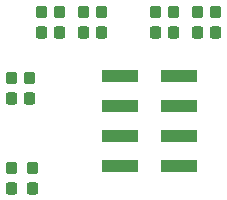
<source format=gbr>
G04 #@! TF.GenerationSoftware,KiCad,Pcbnew,(5.1.4)-1*
G04 #@! TF.CreationDate,2020-01-13T04:09:21-05:00*
G04 #@! TF.ProjectId,SRXBreakout,53525842-7265-4616-9b6f-75742e6b6963,rev?*
G04 #@! TF.SameCoordinates,Original*
G04 #@! TF.FileFunction,Paste,Top*
G04 #@! TF.FilePolarity,Positive*
%FSLAX46Y46*%
G04 Gerber Fmt 4.6, Leading zero omitted, Abs format (unit mm)*
G04 Created by KiCad (PCBNEW (5.1.4)-1) date 2020-01-13 04:09:21*
%MOMM*%
%LPD*%
G04 APERTURE LIST*
%ADD10R,3.150000X1.000000*%
%ADD11C,0.100000*%
%ADD12C,0.950000*%
G04 APERTURE END LIST*
D10*
X167655000Y-109220000D03*
X172705000Y-109220000D03*
X167655000Y-111760000D03*
X172705000Y-111760000D03*
X167655000Y-114300000D03*
X172705000Y-114300000D03*
X167655000Y-116840000D03*
X172705000Y-116840000D03*
D11*
G36*
X160280779Y-108837144D02*
G01*
X160303834Y-108840563D01*
X160326443Y-108846227D01*
X160348387Y-108854079D01*
X160369457Y-108864044D01*
X160389448Y-108876026D01*
X160408168Y-108889910D01*
X160425438Y-108905562D01*
X160441090Y-108922832D01*
X160454974Y-108941552D01*
X160466956Y-108961543D01*
X160476921Y-108982613D01*
X160484773Y-109004557D01*
X160490437Y-109027166D01*
X160493856Y-109050221D01*
X160495000Y-109073500D01*
X160495000Y-109648500D01*
X160493856Y-109671779D01*
X160490437Y-109694834D01*
X160484773Y-109717443D01*
X160476921Y-109739387D01*
X160466956Y-109760457D01*
X160454974Y-109780448D01*
X160441090Y-109799168D01*
X160425438Y-109816438D01*
X160408168Y-109832090D01*
X160389448Y-109845974D01*
X160369457Y-109857956D01*
X160348387Y-109867921D01*
X160326443Y-109875773D01*
X160303834Y-109881437D01*
X160280779Y-109884856D01*
X160257500Y-109886000D01*
X159782500Y-109886000D01*
X159759221Y-109884856D01*
X159736166Y-109881437D01*
X159713557Y-109875773D01*
X159691613Y-109867921D01*
X159670543Y-109857956D01*
X159650552Y-109845974D01*
X159631832Y-109832090D01*
X159614562Y-109816438D01*
X159598910Y-109799168D01*
X159585026Y-109780448D01*
X159573044Y-109760457D01*
X159563079Y-109739387D01*
X159555227Y-109717443D01*
X159549563Y-109694834D01*
X159546144Y-109671779D01*
X159545000Y-109648500D01*
X159545000Y-109073500D01*
X159546144Y-109050221D01*
X159549563Y-109027166D01*
X159555227Y-109004557D01*
X159563079Y-108982613D01*
X159573044Y-108961543D01*
X159585026Y-108941552D01*
X159598910Y-108922832D01*
X159614562Y-108905562D01*
X159631832Y-108889910D01*
X159650552Y-108876026D01*
X159670543Y-108864044D01*
X159691613Y-108854079D01*
X159713557Y-108846227D01*
X159736166Y-108840563D01*
X159759221Y-108837144D01*
X159782500Y-108836000D01*
X160257500Y-108836000D01*
X160280779Y-108837144D01*
X160280779Y-108837144D01*
G37*
D12*
X160020000Y-109361000D03*
D11*
G36*
X160280779Y-110587144D02*
G01*
X160303834Y-110590563D01*
X160326443Y-110596227D01*
X160348387Y-110604079D01*
X160369457Y-110614044D01*
X160389448Y-110626026D01*
X160408168Y-110639910D01*
X160425438Y-110655562D01*
X160441090Y-110672832D01*
X160454974Y-110691552D01*
X160466956Y-110711543D01*
X160476921Y-110732613D01*
X160484773Y-110754557D01*
X160490437Y-110777166D01*
X160493856Y-110800221D01*
X160495000Y-110823500D01*
X160495000Y-111398500D01*
X160493856Y-111421779D01*
X160490437Y-111444834D01*
X160484773Y-111467443D01*
X160476921Y-111489387D01*
X160466956Y-111510457D01*
X160454974Y-111530448D01*
X160441090Y-111549168D01*
X160425438Y-111566438D01*
X160408168Y-111582090D01*
X160389448Y-111595974D01*
X160369457Y-111607956D01*
X160348387Y-111617921D01*
X160326443Y-111625773D01*
X160303834Y-111631437D01*
X160280779Y-111634856D01*
X160257500Y-111636000D01*
X159782500Y-111636000D01*
X159759221Y-111634856D01*
X159736166Y-111631437D01*
X159713557Y-111625773D01*
X159691613Y-111617921D01*
X159670543Y-111607956D01*
X159650552Y-111595974D01*
X159631832Y-111582090D01*
X159614562Y-111566438D01*
X159598910Y-111549168D01*
X159585026Y-111530448D01*
X159573044Y-111510457D01*
X159563079Y-111489387D01*
X159555227Y-111467443D01*
X159549563Y-111444834D01*
X159546144Y-111421779D01*
X159545000Y-111398500D01*
X159545000Y-110823500D01*
X159546144Y-110800221D01*
X159549563Y-110777166D01*
X159555227Y-110754557D01*
X159563079Y-110732613D01*
X159573044Y-110711543D01*
X159585026Y-110691552D01*
X159598910Y-110672832D01*
X159614562Y-110655562D01*
X159631832Y-110639910D01*
X159650552Y-110626026D01*
X159670543Y-110614044D01*
X159691613Y-110604079D01*
X159713557Y-110596227D01*
X159736166Y-110590563D01*
X159759221Y-110587144D01*
X159782500Y-110586000D01*
X160257500Y-110586000D01*
X160280779Y-110587144D01*
X160280779Y-110587144D01*
G37*
D12*
X160020000Y-111111000D03*
D11*
G36*
X160534779Y-118207144D02*
G01*
X160557834Y-118210563D01*
X160580443Y-118216227D01*
X160602387Y-118224079D01*
X160623457Y-118234044D01*
X160643448Y-118246026D01*
X160662168Y-118259910D01*
X160679438Y-118275562D01*
X160695090Y-118292832D01*
X160708974Y-118311552D01*
X160720956Y-118331543D01*
X160730921Y-118352613D01*
X160738773Y-118374557D01*
X160744437Y-118397166D01*
X160747856Y-118420221D01*
X160749000Y-118443500D01*
X160749000Y-119018500D01*
X160747856Y-119041779D01*
X160744437Y-119064834D01*
X160738773Y-119087443D01*
X160730921Y-119109387D01*
X160720956Y-119130457D01*
X160708974Y-119150448D01*
X160695090Y-119169168D01*
X160679438Y-119186438D01*
X160662168Y-119202090D01*
X160643448Y-119215974D01*
X160623457Y-119227956D01*
X160602387Y-119237921D01*
X160580443Y-119245773D01*
X160557834Y-119251437D01*
X160534779Y-119254856D01*
X160511500Y-119256000D01*
X160036500Y-119256000D01*
X160013221Y-119254856D01*
X159990166Y-119251437D01*
X159967557Y-119245773D01*
X159945613Y-119237921D01*
X159924543Y-119227956D01*
X159904552Y-119215974D01*
X159885832Y-119202090D01*
X159868562Y-119186438D01*
X159852910Y-119169168D01*
X159839026Y-119150448D01*
X159827044Y-119130457D01*
X159817079Y-119109387D01*
X159809227Y-119087443D01*
X159803563Y-119064834D01*
X159800144Y-119041779D01*
X159799000Y-119018500D01*
X159799000Y-118443500D01*
X159800144Y-118420221D01*
X159803563Y-118397166D01*
X159809227Y-118374557D01*
X159817079Y-118352613D01*
X159827044Y-118331543D01*
X159839026Y-118311552D01*
X159852910Y-118292832D01*
X159868562Y-118275562D01*
X159885832Y-118259910D01*
X159904552Y-118246026D01*
X159924543Y-118234044D01*
X159945613Y-118224079D01*
X159967557Y-118216227D01*
X159990166Y-118210563D01*
X160013221Y-118207144D01*
X160036500Y-118206000D01*
X160511500Y-118206000D01*
X160534779Y-118207144D01*
X160534779Y-118207144D01*
G37*
D12*
X160274000Y-118731000D03*
D11*
G36*
X160534779Y-116457144D02*
G01*
X160557834Y-116460563D01*
X160580443Y-116466227D01*
X160602387Y-116474079D01*
X160623457Y-116484044D01*
X160643448Y-116496026D01*
X160662168Y-116509910D01*
X160679438Y-116525562D01*
X160695090Y-116542832D01*
X160708974Y-116561552D01*
X160720956Y-116581543D01*
X160730921Y-116602613D01*
X160738773Y-116624557D01*
X160744437Y-116647166D01*
X160747856Y-116670221D01*
X160749000Y-116693500D01*
X160749000Y-117268500D01*
X160747856Y-117291779D01*
X160744437Y-117314834D01*
X160738773Y-117337443D01*
X160730921Y-117359387D01*
X160720956Y-117380457D01*
X160708974Y-117400448D01*
X160695090Y-117419168D01*
X160679438Y-117436438D01*
X160662168Y-117452090D01*
X160643448Y-117465974D01*
X160623457Y-117477956D01*
X160602387Y-117487921D01*
X160580443Y-117495773D01*
X160557834Y-117501437D01*
X160534779Y-117504856D01*
X160511500Y-117506000D01*
X160036500Y-117506000D01*
X160013221Y-117504856D01*
X159990166Y-117501437D01*
X159967557Y-117495773D01*
X159945613Y-117487921D01*
X159924543Y-117477956D01*
X159904552Y-117465974D01*
X159885832Y-117452090D01*
X159868562Y-117436438D01*
X159852910Y-117419168D01*
X159839026Y-117400448D01*
X159827044Y-117380457D01*
X159817079Y-117359387D01*
X159809227Y-117337443D01*
X159803563Y-117314834D01*
X159800144Y-117291779D01*
X159799000Y-117268500D01*
X159799000Y-116693500D01*
X159800144Y-116670221D01*
X159803563Y-116647166D01*
X159809227Y-116624557D01*
X159817079Y-116602613D01*
X159827044Y-116581543D01*
X159839026Y-116561552D01*
X159852910Y-116542832D01*
X159868562Y-116525562D01*
X159885832Y-116509910D01*
X159904552Y-116496026D01*
X159924543Y-116484044D01*
X159945613Y-116474079D01*
X159967557Y-116466227D01*
X159990166Y-116460563D01*
X160013221Y-116457144D01*
X160036500Y-116456000D01*
X160511500Y-116456000D01*
X160534779Y-116457144D01*
X160534779Y-116457144D01*
G37*
D12*
X160274000Y-116981000D03*
D11*
G36*
X176028779Y-103249144D02*
G01*
X176051834Y-103252563D01*
X176074443Y-103258227D01*
X176096387Y-103266079D01*
X176117457Y-103276044D01*
X176137448Y-103288026D01*
X176156168Y-103301910D01*
X176173438Y-103317562D01*
X176189090Y-103334832D01*
X176202974Y-103353552D01*
X176214956Y-103373543D01*
X176224921Y-103394613D01*
X176232773Y-103416557D01*
X176238437Y-103439166D01*
X176241856Y-103462221D01*
X176243000Y-103485500D01*
X176243000Y-104060500D01*
X176241856Y-104083779D01*
X176238437Y-104106834D01*
X176232773Y-104129443D01*
X176224921Y-104151387D01*
X176214956Y-104172457D01*
X176202974Y-104192448D01*
X176189090Y-104211168D01*
X176173438Y-104228438D01*
X176156168Y-104244090D01*
X176137448Y-104257974D01*
X176117457Y-104269956D01*
X176096387Y-104279921D01*
X176074443Y-104287773D01*
X176051834Y-104293437D01*
X176028779Y-104296856D01*
X176005500Y-104298000D01*
X175530500Y-104298000D01*
X175507221Y-104296856D01*
X175484166Y-104293437D01*
X175461557Y-104287773D01*
X175439613Y-104279921D01*
X175418543Y-104269956D01*
X175398552Y-104257974D01*
X175379832Y-104244090D01*
X175362562Y-104228438D01*
X175346910Y-104211168D01*
X175333026Y-104192448D01*
X175321044Y-104172457D01*
X175311079Y-104151387D01*
X175303227Y-104129443D01*
X175297563Y-104106834D01*
X175294144Y-104083779D01*
X175293000Y-104060500D01*
X175293000Y-103485500D01*
X175294144Y-103462221D01*
X175297563Y-103439166D01*
X175303227Y-103416557D01*
X175311079Y-103394613D01*
X175321044Y-103373543D01*
X175333026Y-103353552D01*
X175346910Y-103334832D01*
X175362562Y-103317562D01*
X175379832Y-103301910D01*
X175398552Y-103288026D01*
X175418543Y-103276044D01*
X175439613Y-103266079D01*
X175461557Y-103258227D01*
X175484166Y-103252563D01*
X175507221Y-103249144D01*
X175530500Y-103248000D01*
X176005500Y-103248000D01*
X176028779Y-103249144D01*
X176028779Y-103249144D01*
G37*
D12*
X175768000Y-103773000D03*
D11*
G36*
X176028779Y-104999144D02*
G01*
X176051834Y-105002563D01*
X176074443Y-105008227D01*
X176096387Y-105016079D01*
X176117457Y-105026044D01*
X176137448Y-105038026D01*
X176156168Y-105051910D01*
X176173438Y-105067562D01*
X176189090Y-105084832D01*
X176202974Y-105103552D01*
X176214956Y-105123543D01*
X176224921Y-105144613D01*
X176232773Y-105166557D01*
X176238437Y-105189166D01*
X176241856Y-105212221D01*
X176243000Y-105235500D01*
X176243000Y-105810500D01*
X176241856Y-105833779D01*
X176238437Y-105856834D01*
X176232773Y-105879443D01*
X176224921Y-105901387D01*
X176214956Y-105922457D01*
X176202974Y-105942448D01*
X176189090Y-105961168D01*
X176173438Y-105978438D01*
X176156168Y-105994090D01*
X176137448Y-106007974D01*
X176117457Y-106019956D01*
X176096387Y-106029921D01*
X176074443Y-106037773D01*
X176051834Y-106043437D01*
X176028779Y-106046856D01*
X176005500Y-106048000D01*
X175530500Y-106048000D01*
X175507221Y-106046856D01*
X175484166Y-106043437D01*
X175461557Y-106037773D01*
X175439613Y-106029921D01*
X175418543Y-106019956D01*
X175398552Y-106007974D01*
X175379832Y-105994090D01*
X175362562Y-105978438D01*
X175346910Y-105961168D01*
X175333026Y-105942448D01*
X175321044Y-105922457D01*
X175311079Y-105901387D01*
X175303227Y-105879443D01*
X175297563Y-105856834D01*
X175294144Y-105833779D01*
X175293000Y-105810500D01*
X175293000Y-105235500D01*
X175294144Y-105212221D01*
X175297563Y-105189166D01*
X175303227Y-105166557D01*
X175311079Y-105144613D01*
X175321044Y-105123543D01*
X175333026Y-105103552D01*
X175346910Y-105084832D01*
X175362562Y-105067562D01*
X175379832Y-105051910D01*
X175398552Y-105038026D01*
X175418543Y-105026044D01*
X175439613Y-105016079D01*
X175461557Y-105008227D01*
X175484166Y-105002563D01*
X175507221Y-104999144D01*
X175530500Y-104998000D01*
X176005500Y-104998000D01*
X176028779Y-104999144D01*
X176028779Y-104999144D01*
G37*
D12*
X175768000Y-105523000D03*
D11*
G36*
X172472779Y-104999144D02*
G01*
X172495834Y-105002563D01*
X172518443Y-105008227D01*
X172540387Y-105016079D01*
X172561457Y-105026044D01*
X172581448Y-105038026D01*
X172600168Y-105051910D01*
X172617438Y-105067562D01*
X172633090Y-105084832D01*
X172646974Y-105103552D01*
X172658956Y-105123543D01*
X172668921Y-105144613D01*
X172676773Y-105166557D01*
X172682437Y-105189166D01*
X172685856Y-105212221D01*
X172687000Y-105235500D01*
X172687000Y-105810500D01*
X172685856Y-105833779D01*
X172682437Y-105856834D01*
X172676773Y-105879443D01*
X172668921Y-105901387D01*
X172658956Y-105922457D01*
X172646974Y-105942448D01*
X172633090Y-105961168D01*
X172617438Y-105978438D01*
X172600168Y-105994090D01*
X172581448Y-106007974D01*
X172561457Y-106019956D01*
X172540387Y-106029921D01*
X172518443Y-106037773D01*
X172495834Y-106043437D01*
X172472779Y-106046856D01*
X172449500Y-106048000D01*
X171974500Y-106048000D01*
X171951221Y-106046856D01*
X171928166Y-106043437D01*
X171905557Y-106037773D01*
X171883613Y-106029921D01*
X171862543Y-106019956D01*
X171842552Y-106007974D01*
X171823832Y-105994090D01*
X171806562Y-105978438D01*
X171790910Y-105961168D01*
X171777026Y-105942448D01*
X171765044Y-105922457D01*
X171755079Y-105901387D01*
X171747227Y-105879443D01*
X171741563Y-105856834D01*
X171738144Y-105833779D01*
X171737000Y-105810500D01*
X171737000Y-105235500D01*
X171738144Y-105212221D01*
X171741563Y-105189166D01*
X171747227Y-105166557D01*
X171755079Y-105144613D01*
X171765044Y-105123543D01*
X171777026Y-105103552D01*
X171790910Y-105084832D01*
X171806562Y-105067562D01*
X171823832Y-105051910D01*
X171842552Y-105038026D01*
X171862543Y-105026044D01*
X171883613Y-105016079D01*
X171905557Y-105008227D01*
X171928166Y-105002563D01*
X171951221Y-104999144D01*
X171974500Y-104998000D01*
X172449500Y-104998000D01*
X172472779Y-104999144D01*
X172472779Y-104999144D01*
G37*
D12*
X172212000Y-105523000D03*
D11*
G36*
X172472779Y-103249144D02*
G01*
X172495834Y-103252563D01*
X172518443Y-103258227D01*
X172540387Y-103266079D01*
X172561457Y-103276044D01*
X172581448Y-103288026D01*
X172600168Y-103301910D01*
X172617438Y-103317562D01*
X172633090Y-103334832D01*
X172646974Y-103353552D01*
X172658956Y-103373543D01*
X172668921Y-103394613D01*
X172676773Y-103416557D01*
X172682437Y-103439166D01*
X172685856Y-103462221D01*
X172687000Y-103485500D01*
X172687000Y-104060500D01*
X172685856Y-104083779D01*
X172682437Y-104106834D01*
X172676773Y-104129443D01*
X172668921Y-104151387D01*
X172658956Y-104172457D01*
X172646974Y-104192448D01*
X172633090Y-104211168D01*
X172617438Y-104228438D01*
X172600168Y-104244090D01*
X172581448Y-104257974D01*
X172561457Y-104269956D01*
X172540387Y-104279921D01*
X172518443Y-104287773D01*
X172495834Y-104293437D01*
X172472779Y-104296856D01*
X172449500Y-104298000D01*
X171974500Y-104298000D01*
X171951221Y-104296856D01*
X171928166Y-104293437D01*
X171905557Y-104287773D01*
X171883613Y-104279921D01*
X171862543Y-104269956D01*
X171842552Y-104257974D01*
X171823832Y-104244090D01*
X171806562Y-104228438D01*
X171790910Y-104211168D01*
X171777026Y-104192448D01*
X171765044Y-104172457D01*
X171755079Y-104151387D01*
X171747227Y-104129443D01*
X171741563Y-104106834D01*
X171738144Y-104083779D01*
X171737000Y-104060500D01*
X171737000Y-103485500D01*
X171738144Y-103462221D01*
X171741563Y-103439166D01*
X171747227Y-103416557D01*
X171755079Y-103394613D01*
X171765044Y-103373543D01*
X171777026Y-103353552D01*
X171790910Y-103334832D01*
X171806562Y-103317562D01*
X171823832Y-103301910D01*
X171842552Y-103288026D01*
X171862543Y-103276044D01*
X171883613Y-103266079D01*
X171905557Y-103258227D01*
X171928166Y-103252563D01*
X171951221Y-103249144D01*
X171974500Y-103248000D01*
X172449500Y-103248000D01*
X172472779Y-103249144D01*
X172472779Y-103249144D01*
G37*
D12*
X172212000Y-103773000D03*
D11*
G36*
X166376779Y-103249144D02*
G01*
X166399834Y-103252563D01*
X166422443Y-103258227D01*
X166444387Y-103266079D01*
X166465457Y-103276044D01*
X166485448Y-103288026D01*
X166504168Y-103301910D01*
X166521438Y-103317562D01*
X166537090Y-103334832D01*
X166550974Y-103353552D01*
X166562956Y-103373543D01*
X166572921Y-103394613D01*
X166580773Y-103416557D01*
X166586437Y-103439166D01*
X166589856Y-103462221D01*
X166591000Y-103485500D01*
X166591000Y-104060500D01*
X166589856Y-104083779D01*
X166586437Y-104106834D01*
X166580773Y-104129443D01*
X166572921Y-104151387D01*
X166562956Y-104172457D01*
X166550974Y-104192448D01*
X166537090Y-104211168D01*
X166521438Y-104228438D01*
X166504168Y-104244090D01*
X166485448Y-104257974D01*
X166465457Y-104269956D01*
X166444387Y-104279921D01*
X166422443Y-104287773D01*
X166399834Y-104293437D01*
X166376779Y-104296856D01*
X166353500Y-104298000D01*
X165878500Y-104298000D01*
X165855221Y-104296856D01*
X165832166Y-104293437D01*
X165809557Y-104287773D01*
X165787613Y-104279921D01*
X165766543Y-104269956D01*
X165746552Y-104257974D01*
X165727832Y-104244090D01*
X165710562Y-104228438D01*
X165694910Y-104211168D01*
X165681026Y-104192448D01*
X165669044Y-104172457D01*
X165659079Y-104151387D01*
X165651227Y-104129443D01*
X165645563Y-104106834D01*
X165642144Y-104083779D01*
X165641000Y-104060500D01*
X165641000Y-103485500D01*
X165642144Y-103462221D01*
X165645563Y-103439166D01*
X165651227Y-103416557D01*
X165659079Y-103394613D01*
X165669044Y-103373543D01*
X165681026Y-103353552D01*
X165694910Y-103334832D01*
X165710562Y-103317562D01*
X165727832Y-103301910D01*
X165746552Y-103288026D01*
X165766543Y-103276044D01*
X165787613Y-103266079D01*
X165809557Y-103258227D01*
X165832166Y-103252563D01*
X165855221Y-103249144D01*
X165878500Y-103248000D01*
X166353500Y-103248000D01*
X166376779Y-103249144D01*
X166376779Y-103249144D01*
G37*
D12*
X166116000Y-103773000D03*
D11*
G36*
X166376779Y-104999144D02*
G01*
X166399834Y-105002563D01*
X166422443Y-105008227D01*
X166444387Y-105016079D01*
X166465457Y-105026044D01*
X166485448Y-105038026D01*
X166504168Y-105051910D01*
X166521438Y-105067562D01*
X166537090Y-105084832D01*
X166550974Y-105103552D01*
X166562956Y-105123543D01*
X166572921Y-105144613D01*
X166580773Y-105166557D01*
X166586437Y-105189166D01*
X166589856Y-105212221D01*
X166591000Y-105235500D01*
X166591000Y-105810500D01*
X166589856Y-105833779D01*
X166586437Y-105856834D01*
X166580773Y-105879443D01*
X166572921Y-105901387D01*
X166562956Y-105922457D01*
X166550974Y-105942448D01*
X166537090Y-105961168D01*
X166521438Y-105978438D01*
X166504168Y-105994090D01*
X166485448Y-106007974D01*
X166465457Y-106019956D01*
X166444387Y-106029921D01*
X166422443Y-106037773D01*
X166399834Y-106043437D01*
X166376779Y-106046856D01*
X166353500Y-106048000D01*
X165878500Y-106048000D01*
X165855221Y-106046856D01*
X165832166Y-106043437D01*
X165809557Y-106037773D01*
X165787613Y-106029921D01*
X165766543Y-106019956D01*
X165746552Y-106007974D01*
X165727832Y-105994090D01*
X165710562Y-105978438D01*
X165694910Y-105961168D01*
X165681026Y-105942448D01*
X165669044Y-105922457D01*
X165659079Y-105901387D01*
X165651227Y-105879443D01*
X165645563Y-105856834D01*
X165642144Y-105833779D01*
X165641000Y-105810500D01*
X165641000Y-105235500D01*
X165642144Y-105212221D01*
X165645563Y-105189166D01*
X165651227Y-105166557D01*
X165659079Y-105144613D01*
X165669044Y-105123543D01*
X165681026Y-105103552D01*
X165694910Y-105084832D01*
X165710562Y-105067562D01*
X165727832Y-105051910D01*
X165746552Y-105038026D01*
X165766543Y-105026044D01*
X165787613Y-105016079D01*
X165809557Y-105008227D01*
X165832166Y-105002563D01*
X165855221Y-104999144D01*
X165878500Y-104998000D01*
X166353500Y-104998000D01*
X166376779Y-104999144D01*
X166376779Y-104999144D01*
G37*
D12*
X166116000Y-105523000D03*
D11*
G36*
X162820779Y-104999144D02*
G01*
X162843834Y-105002563D01*
X162866443Y-105008227D01*
X162888387Y-105016079D01*
X162909457Y-105026044D01*
X162929448Y-105038026D01*
X162948168Y-105051910D01*
X162965438Y-105067562D01*
X162981090Y-105084832D01*
X162994974Y-105103552D01*
X163006956Y-105123543D01*
X163016921Y-105144613D01*
X163024773Y-105166557D01*
X163030437Y-105189166D01*
X163033856Y-105212221D01*
X163035000Y-105235500D01*
X163035000Y-105810500D01*
X163033856Y-105833779D01*
X163030437Y-105856834D01*
X163024773Y-105879443D01*
X163016921Y-105901387D01*
X163006956Y-105922457D01*
X162994974Y-105942448D01*
X162981090Y-105961168D01*
X162965438Y-105978438D01*
X162948168Y-105994090D01*
X162929448Y-106007974D01*
X162909457Y-106019956D01*
X162888387Y-106029921D01*
X162866443Y-106037773D01*
X162843834Y-106043437D01*
X162820779Y-106046856D01*
X162797500Y-106048000D01*
X162322500Y-106048000D01*
X162299221Y-106046856D01*
X162276166Y-106043437D01*
X162253557Y-106037773D01*
X162231613Y-106029921D01*
X162210543Y-106019956D01*
X162190552Y-106007974D01*
X162171832Y-105994090D01*
X162154562Y-105978438D01*
X162138910Y-105961168D01*
X162125026Y-105942448D01*
X162113044Y-105922457D01*
X162103079Y-105901387D01*
X162095227Y-105879443D01*
X162089563Y-105856834D01*
X162086144Y-105833779D01*
X162085000Y-105810500D01*
X162085000Y-105235500D01*
X162086144Y-105212221D01*
X162089563Y-105189166D01*
X162095227Y-105166557D01*
X162103079Y-105144613D01*
X162113044Y-105123543D01*
X162125026Y-105103552D01*
X162138910Y-105084832D01*
X162154562Y-105067562D01*
X162171832Y-105051910D01*
X162190552Y-105038026D01*
X162210543Y-105026044D01*
X162231613Y-105016079D01*
X162253557Y-105008227D01*
X162276166Y-105002563D01*
X162299221Y-104999144D01*
X162322500Y-104998000D01*
X162797500Y-104998000D01*
X162820779Y-104999144D01*
X162820779Y-104999144D01*
G37*
D12*
X162560000Y-105523000D03*
D11*
G36*
X162820779Y-103249144D02*
G01*
X162843834Y-103252563D01*
X162866443Y-103258227D01*
X162888387Y-103266079D01*
X162909457Y-103276044D01*
X162929448Y-103288026D01*
X162948168Y-103301910D01*
X162965438Y-103317562D01*
X162981090Y-103334832D01*
X162994974Y-103353552D01*
X163006956Y-103373543D01*
X163016921Y-103394613D01*
X163024773Y-103416557D01*
X163030437Y-103439166D01*
X163033856Y-103462221D01*
X163035000Y-103485500D01*
X163035000Y-104060500D01*
X163033856Y-104083779D01*
X163030437Y-104106834D01*
X163024773Y-104129443D01*
X163016921Y-104151387D01*
X163006956Y-104172457D01*
X162994974Y-104192448D01*
X162981090Y-104211168D01*
X162965438Y-104228438D01*
X162948168Y-104244090D01*
X162929448Y-104257974D01*
X162909457Y-104269956D01*
X162888387Y-104279921D01*
X162866443Y-104287773D01*
X162843834Y-104293437D01*
X162820779Y-104296856D01*
X162797500Y-104298000D01*
X162322500Y-104298000D01*
X162299221Y-104296856D01*
X162276166Y-104293437D01*
X162253557Y-104287773D01*
X162231613Y-104279921D01*
X162210543Y-104269956D01*
X162190552Y-104257974D01*
X162171832Y-104244090D01*
X162154562Y-104228438D01*
X162138910Y-104211168D01*
X162125026Y-104192448D01*
X162113044Y-104172457D01*
X162103079Y-104151387D01*
X162095227Y-104129443D01*
X162089563Y-104106834D01*
X162086144Y-104083779D01*
X162085000Y-104060500D01*
X162085000Y-103485500D01*
X162086144Y-103462221D01*
X162089563Y-103439166D01*
X162095227Y-103416557D01*
X162103079Y-103394613D01*
X162113044Y-103373543D01*
X162125026Y-103353552D01*
X162138910Y-103334832D01*
X162154562Y-103317562D01*
X162171832Y-103301910D01*
X162190552Y-103288026D01*
X162210543Y-103276044D01*
X162231613Y-103266079D01*
X162253557Y-103258227D01*
X162276166Y-103252563D01*
X162299221Y-103249144D01*
X162322500Y-103248000D01*
X162797500Y-103248000D01*
X162820779Y-103249144D01*
X162820779Y-103249144D01*
G37*
D12*
X162560000Y-103773000D03*
D11*
G36*
X158756779Y-110587144D02*
G01*
X158779834Y-110590563D01*
X158802443Y-110596227D01*
X158824387Y-110604079D01*
X158845457Y-110614044D01*
X158865448Y-110626026D01*
X158884168Y-110639910D01*
X158901438Y-110655562D01*
X158917090Y-110672832D01*
X158930974Y-110691552D01*
X158942956Y-110711543D01*
X158952921Y-110732613D01*
X158960773Y-110754557D01*
X158966437Y-110777166D01*
X158969856Y-110800221D01*
X158971000Y-110823500D01*
X158971000Y-111398500D01*
X158969856Y-111421779D01*
X158966437Y-111444834D01*
X158960773Y-111467443D01*
X158952921Y-111489387D01*
X158942956Y-111510457D01*
X158930974Y-111530448D01*
X158917090Y-111549168D01*
X158901438Y-111566438D01*
X158884168Y-111582090D01*
X158865448Y-111595974D01*
X158845457Y-111607956D01*
X158824387Y-111617921D01*
X158802443Y-111625773D01*
X158779834Y-111631437D01*
X158756779Y-111634856D01*
X158733500Y-111636000D01*
X158258500Y-111636000D01*
X158235221Y-111634856D01*
X158212166Y-111631437D01*
X158189557Y-111625773D01*
X158167613Y-111617921D01*
X158146543Y-111607956D01*
X158126552Y-111595974D01*
X158107832Y-111582090D01*
X158090562Y-111566438D01*
X158074910Y-111549168D01*
X158061026Y-111530448D01*
X158049044Y-111510457D01*
X158039079Y-111489387D01*
X158031227Y-111467443D01*
X158025563Y-111444834D01*
X158022144Y-111421779D01*
X158021000Y-111398500D01*
X158021000Y-110823500D01*
X158022144Y-110800221D01*
X158025563Y-110777166D01*
X158031227Y-110754557D01*
X158039079Y-110732613D01*
X158049044Y-110711543D01*
X158061026Y-110691552D01*
X158074910Y-110672832D01*
X158090562Y-110655562D01*
X158107832Y-110639910D01*
X158126552Y-110626026D01*
X158146543Y-110614044D01*
X158167613Y-110604079D01*
X158189557Y-110596227D01*
X158212166Y-110590563D01*
X158235221Y-110587144D01*
X158258500Y-110586000D01*
X158733500Y-110586000D01*
X158756779Y-110587144D01*
X158756779Y-110587144D01*
G37*
D12*
X158496000Y-111111000D03*
D11*
G36*
X158756779Y-108837144D02*
G01*
X158779834Y-108840563D01*
X158802443Y-108846227D01*
X158824387Y-108854079D01*
X158845457Y-108864044D01*
X158865448Y-108876026D01*
X158884168Y-108889910D01*
X158901438Y-108905562D01*
X158917090Y-108922832D01*
X158930974Y-108941552D01*
X158942956Y-108961543D01*
X158952921Y-108982613D01*
X158960773Y-109004557D01*
X158966437Y-109027166D01*
X158969856Y-109050221D01*
X158971000Y-109073500D01*
X158971000Y-109648500D01*
X158969856Y-109671779D01*
X158966437Y-109694834D01*
X158960773Y-109717443D01*
X158952921Y-109739387D01*
X158942956Y-109760457D01*
X158930974Y-109780448D01*
X158917090Y-109799168D01*
X158901438Y-109816438D01*
X158884168Y-109832090D01*
X158865448Y-109845974D01*
X158845457Y-109857956D01*
X158824387Y-109867921D01*
X158802443Y-109875773D01*
X158779834Y-109881437D01*
X158756779Y-109884856D01*
X158733500Y-109886000D01*
X158258500Y-109886000D01*
X158235221Y-109884856D01*
X158212166Y-109881437D01*
X158189557Y-109875773D01*
X158167613Y-109867921D01*
X158146543Y-109857956D01*
X158126552Y-109845974D01*
X158107832Y-109832090D01*
X158090562Y-109816438D01*
X158074910Y-109799168D01*
X158061026Y-109780448D01*
X158049044Y-109760457D01*
X158039079Y-109739387D01*
X158031227Y-109717443D01*
X158025563Y-109694834D01*
X158022144Y-109671779D01*
X158021000Y-109648500D01*
X158021000Y-109073500D01*
X158022144Y-109050221D01*
X158025563Y-109027166D01*
X158031227Y-109004557D01*
X158039079Y-108982613D01*
X158049044Y-108961543D01*
X158061026Y-108941552D01*
X158074910Y-108922832D01*
X158090562Y-108905562D01*
X158107832Y-108889910D01*
X158126552Y-108876026D01*
X158146543Y-108864044D01*
X158167613Y-108854079D01*
X158189557Y-108846227D01*
X158212166Y-108840563D01*
X158235221Y-108837144D01*
X158258500Y-108836000D01*
X158733500Y-108836000D01*
X158756779Y-108837144D01*
X158756779Y-108837144D01*
G37*
D12*
X158496000Y-109361000D03*
D11*
G36*
X158756779Y-118207144D02*
G01*
X158779834Y-118210563D01*
X158802443Y-118216227D01*
X158824387Y-118224079D01*
X158845457Y-118234044D01*
X158865448Y-118246026D01*
X158884168Y-118259910D01*
X158901438Y-118275562D01*
X158917090Y-118292832D01*
X158930974Y-118311552D01*
X158942956Y-118331543D01*
X158952921Y-118352613D01*
X158960773Y-118374557D01*
X158966437Y-118397166D01*
X158969856Y-118420221D01*
X158971000Y-118443500D01*
X158971000Y-119018500D01*
X158969856Y-119041779D01*
X158966437Y-119064834D01*
X158960773Y-119087443D01*
X158952921Y-119109387D01*
X158942956Y-119130457D01*
X158930974Y-119150448D01*
X158917090Y-119169168D01*
X158901438Y-119186438D01*
X158884168Y-119202090D01*
X158865448Y-119215974D01*
X158845457Y-119227956D01*
X158824387Y-119237921D01*
X158802443Y-119245773D01*
X158779834Y-119251437D01*
X158756779Y-119254856D01*
X158733500Y-119256000D01*
X158258500Y-119256000D01*
X158235221Y-119254856D01*
X158212166Y-119251437D01*
X158189557Y-119245773D01*
X158167613Y-119237921D01*
X158146543Y-119227956D01*
X158126552Y-119215974D01*
X158107832Y-119202090D01*
X158090562Y-119186438D01*
X158074910Y-119169168D01*
X158061026Y-119150448D01*
X158049044Y-119130457D01*
X158039079Y-119109387D01*
X158031227Y-119087443D01*
X158025563Y-119064834D01*
X158022144Y-119041779D01*
X158021000Y-119018500D01*
X158021000Y-118443500D01*
X158022144Y-118420221D01*
X158025563Y-118397166D01*
X158031227Y-118374557D01*
X158039079Y-118352613D01*
X158049044Y-118331543D01*
X158061026Y-118311552D01*
X158074910Y-118292832D01*
X158090562Y-118275562D01*
X158107832Y-118259910D01*
X158126552Y-118246026D01*
X158146543Y-118234044D01*
X158167613Y-118224079D01*
X158189557Y-118216227D01*
X158212166Y-118210563D01*
X158235221Y-118207144D01*
X158258500Y-118206000D01*
X158733500Y-118206000D01*
X158756779Y-118207144D01*
X158756779Y-118207144D01*
G37*
D12*
X158496000Y-118731000D03*
D11*
G36*
X158756779Y-116457144D02*
G01*
X158779834Y-116460563D01*
X158802443Y-116466227D01*
X158824387Y-116474079D01*
X158845457Y-116484044D01*
X158865448Y-116496026D01*
X158884168Y-116509910D01*
X158901438Y-116525562D01*
X158917090Y-116542832D01*
X158930974Y-116561552D01*
X158942956Y-116581543D01*
X158952921Y-116602613D01*
X158960773Y-116624557D01*
X158966437Y-116647166D01*
X158969856Y-116670221D01*
X158971000Y-116693500D01*
X158971000Y-117268500D01*
X158969856Y-117291779D01*
X158966437Y-117314834D01*
X158960773Y-117337443D01*
X158952921Y-117359387D01*
X158942956Y-117380457D01*
X158930974Y-117400448D01*
X158917090Y-117419168D01*
X158901438Y-117436438D01*
X158884168Y-117452090D01*
X158865448Y-117465974D01*
X158845457Y-117477956D01*
X158824387Y-117487921D01*
X158802443Y-117495773D01*
X158779834Y-117501437D01*
X158756779Y-117504856D01*
X158733500Y-117506000D01*
X158258500Y-117506000D01*
X158235221Y-117504856D01*
X158212166Y-117501437D01*
X158189557Y-117495773D01*
X158167613Y-117487921D01*
X158146543Y-117477956D01*
X158126552Y-117465974D01*
X158107832Y-117452090D01*
X158090562Y-117436438D01*
X158074910Y-117419168D01*
X158061026Y-117400448D01*
X158049044Y-117380457D01*
X158039079Y-117359387D01*
X158031227Y-117337443D01*
X158025563Y-117314834D01*
X158022144Y-117291779D01*
X158021000Y-117268500D01*
X158021000Y-116693500D01*
X158022144Y-116670221D01*
X158025563Y-116647166D01*
X158031227Y-116624557D01*
X158039079Y-116602613D01*
X158049044Y-116581543D01*
X158061026Y-116561552D01*
X158074910Y-116542832D01*
X158090562Y-116525562D01*
X158107832Y-116509910D01*
X158126552Y-116496026D01*
X158146543Y-116484044D01*
X158167613Y-116474079D01*
X158189557Y-116466227D01*
X158212166Y-116460563D01*
X158235221Y-116457144D01*
X158258500Y-116456000D01*
X158733500Y-116456000D01*
X158756779Y-116457144D01*
X158756779Y-116457144D01*
G37*
D12*
X158496000Y-116981000D03*
D11*
G36*
X174504779Y-104999144D02*
G01*
X174527834Y-105002563D01*
X174550443Y-105008227D01*
X174572387Y-105016079D01*
X174593457Y-105026044D01*
X174613448Y-105038026D01*
X174632168Y-105051910D01*
X174649438Y-105067562D01*
X174665090Y-105084832D01*
X174678974Y-105103552D01*
X174690956Y-105123543D01*
X174700921Y-105144613D01*
X174708773Y-105166557D01*
X174714437Y-105189166D01*
X174717856Y-105212221D01*
X174719000Y-105235500D01*
X174719000Y-105810500D01*
X174717856Y-105833779D01*
X174714437Y-105856834D01*
X174708773Y-105879443D01*
X174700921Y-105901387D01*
X174690956Y-105922457D01*
X174678974Y-105942448D01*
X174665090Y-105961168D01*
X174649438Y-105978438D01*
X174632168Y-105994090D01*
X174613448Y-106007974D01*
X174593457Y-106019956D01*
X174572387Y-106029921D01*
X174550443Y-106037773D01*
X174527834Y-106043437D01*
X174504779Y-106046856D01*
X174481500Y-106048000D01*
X174006500Y-106048000D01*
X173983221Y-106046856D01*
X173960166Y-106043437D01*
X173937557Y-106037773D01*
X173915613Y-106029921D01*
X173894543Y-106019956D01*
X173874552Y-106007974D01*
X173855832Y-105994090D01*
X173838562Y-105978438D01*
X173822910Y-105961168D01*
X173809026Y-105942448D01*
X173797044Y-105922457D01*
X173787079Y-105901387D01*
X173779227Y-105879443D01*
X173773563Y-105856834D01*
X173770144Y-105833779D01*
X173769000Y-105810500D01*
X173769000Y-105235500D01*
X173770144Y-105212221D01*
X173773563Y-105189166D01*
X173779227Y-105166557D01*
X173787079Y-105144613D01*
X173797044Y-105123543D01*
X173809026Y-105103552D01*
X173822910Y-105084832D01*
X173838562Y-105067562D01*
X173855832Y-105051910D01*
X173874552Y-105038026D01*
X173894543Y-105026044D01*
X173915613Y-105016079D01*
X173937557Y-105008227D01*
X173960166Y-105002563D01*
X173983221Y-104999144D01*
X174006500Y-104998000D01*
X174481500Y-104998000D01*
X174504779Y-104999144D01*
X174504779Y-104999144D01*
G37*
D12*
X174244000Y-105523000D03*
D11*
G36*
X174504779Y-103249144D02*
G01*
X174527834Y-103252563D01*
X174550443Y-103258227D01*
X174572387Y-103266079D01*
X174593457Y-103276044D01*
X174613448Y-103288026D01*
X174632168Y-103301910D01*
X174649438Y-103317562D01*
X174665090Y-103334832D01*
X174678974Y-103353552D01*
X174690956Y-103373543D01*
X174700921Y-103394613D01*
X174708773Y-103416557D01*
X174714437Y-103439166D01*
X174717856Y-103462221D01*
X174719000Y-103485500D01*
X174719000Y-104060500D01*
X174717856Y-104083779D01*
X174714437Y-104106834D01*
X174708773Y-104129443D01*
X174700921Y-104151387D01*
X174690956Y-104172457D01*
X174678974Y-104192448D01*
X174665090Y-104211168D01*
X174649438Y-104228438D01*
X174632168Y-104244090D01*
X174613448Y-104257974D01*
X174593457Y-104269956D01*
X174572387Y-104279921D01*
X174550443Y-104287773D01*
X174527834Y-104293437D01*
X174504779Y-104296856D01*
X174481500Y-104298000D01*
X174006500Y-104298000D01*
X173983221Y-104296856D01*
X173960166Y-104293437D01*
X173937557Y-104287773D01*
X173915613Y-104279921D01*
X173894543Y-104269956D01*
X173874552Y-104257974D01*
X173855832Y-104244090D01*
X173838562Y-104228438D01*
X173822910Y-104211168D01*
X173809026Y-104192448D01*
X173797044Y-104172457D01*
X173787079Y-104151387D01*
X173779227Y-104129443D01*
X173773563Y-104106834D01*
X173770144Y-104083779D01*
X173769000Y-104060500D01*
X173769000Y-103485500D01*
X173770144Y-103462221D01*
X173773563Y-103439166D01*
X173779227Y-103416557D01*
X173787079Y-103394613D01*
X173797044Y-103373543D01*
X173809026Y-103353552D01*
X173822910Y-103334832D01*
X173838562Y-103317562D01*
X173855832Y-103301910D01*
X173874552Y-103288026D01*
X173894543Y-103276044D01*
X173915613Y-103266079D01*
X173937557Y-103258227D01*
X173960166Y-103252563D01*
X173983221Y-103249144D01*
X174006500Y-103248000D01*
X174481500Y-103248000D01*
X174504779Y-103249144D01*
X174504779Y-103249144D01*
G37*
D12*
X174244000Y-103773000D03*
D11*
G36*
X170948779Y-103249144D02*
G01*
X170971834Y-103252563D01*
X170994443Y-103258227D01*
X171016387Y-103266079D01*
X171037457Y-103276044D01*
X171057448Y-103288026D01*
X171076168Y-103301910D01*
X171093438Y-103317562D01*
X171109090Y-103334832D01*
X171122974Y-103353552D01*
X171134956Y-103373543D01*
X171144921Y-103394613D01*
X171152773Y-103416557D01*
X171158437Y-103439166D01*
X171161856Y-103462221D01*
X171163000Y-103485500D01*
X171163000Y-104060500D01*
X171161856Y-104083779D01*
X171158437Y-104106834D01*
X171152773Y-104129443D01*
X171144921Y-104151387D01*
X171134956Y-104172457D01*
X171122974Y-104192448D01*
X171109090Y-104211168D01*
X171093438Y-104228438D01*
X171076168Y-104244090D01*
X171057448Y-104257974D01*
X171037457Y-104269956D01*
X171016387Y-104279921D01*
X170994443Y-104287773D01*
X170971834Y-104293437D01*
X170948779Y-104296856D01*
X170925500Y-104298000D01*
X170450500Y-104298000D01*
X170427221Y-104296856D01*
X170404166Y-104293437D01*
X170381557Y-104287773D01*
X170359613Y-104279921D01*
X170338543Y-104269956D01*
X170318552Y-104257974D01*
X170299832Y-104244090D01*
X170282562Y-104228438D01*
X170266910Y-104211168D01*
X170253026Y-104192448D01*
X170241044Y-104172457D01*
X170231079Y-104151387D01*
X170223227Y-104129443D01*
X170217563Y-104106834D01*
X170214144Y-104083779D01*
X170213000Y-104060500D01*
X170213000Y-103485500D01*
X170214144Y-103462221D01*
X170217563Y-103439166D01*
X170223227Y-103416557D01*
X170231079Y-103394613D01*
X170241044Y-103373543D01*
X170253026Y-103353552D01*
X170266910Y-103334832D01*
X170282562Y-103317562D01*
X170299832Y-103301910D01*
X170318552Y-103288026D01*
X170338543Y-103276044D01*
X170359613Y-103266079D01*
X170381557Y-103258227D01*
X170404166Y-103252563D01*
X170427221Y-103249144D01*
X170450500Y-103248000D01*
X170925500Y-103248000D01*
X170948779Y-103249144D01*
X170948779Y-103249144D01*
G37*
D12*
X170688000Y-103773000D03*
D11*
G36*
X170948779Y-104999144D02*
G01*
X170971834Y-105002563D01*
X170994443Y-105008227D01*
X171016387Y-105016079D01*
X171037457Y-105026044D01*
X171057448Y-105038026D01*
X171076168Y-105051910D01*
X171093438Y-105067562D01*
X171109090Y-105084832D01*
X171122974Y-105103552D01*
X171134956Y-105123543D01*
X171144921Y-105144613D01*
X171152773Y-105166557D01*
X171158437Y-105189166D01*
X171161856Y-105212221D01*
X171163000Y-105235500D01*
X171163000Y-105810500D01*
X171161856Y-105833779D01*
X171158437Y-105856834D01*
X171152773Y-105879443D01*
X171144921Y-105901387D01*
X171134956Y-105922457D01*
X171122974Y-105942448D01*
X171109090Y-105961168D01*
X171093438Y-105978438D01*
X171076168Y-105994090D01*
X171057448Y-106007974D01*
X171037457Y-106019956D01*
X171016387Y-106029921D01*
X170994443Y-106037773D01*
X170971834Y-106043437D01*
X170948779Y-106046856D01*
X170925500Y-106048000D01*
X170450500Y-106048000D01*
X170427221Y-106046856D01*
X170404166Y-106043437D01*
X170381557Y-106037773D01*
X170359613Y-106029921D01*
X170338543Y-106019956D01*
X170318552Y-106007974D01*
X170299832Y-105994090D01*
X170282562Y-105978438D01*
X170266910Y-105961168D01*
X170253026Y-105942448D01*
X170241044Y-105922457D01*
X170231079Y-105901387D01*
X170223227Y-105879443D01*
X170217563Y-105856834D01*
X170214144Y-105833779D01*
X170213000Y-105810500D01*
X170213000Y-105235500D01*
X170214144Y-105212221D01*
X170217563Y-105189166D01*
X170223227Y-105166557D01*
X170231079Y-105144613D01*
X170241044Y-105123543D01*
X170253026Y-105103552D01*
X170266910Y-105084832D01*
X170282562Y-105067562D01*
X170299832Y-105051910D01*
X170318552Y-105038026D01*
X170338543Y-105026044D01*
X170359613Y-105016079D01*
X170381557Y-105008227D01*
X170404166Y-105002563D01*
X170427221Y-104999144D01*
X170450500Y-104998000D01*
X170925500Y-104998000D01*
X170948779Y-104999144D01*
X170948779Y-104999144D01*
G37*
D12*
X170688000Y-105523000D03*
D11*
G36*
X164852779Y-104999144D02*
G01*
X164875834Y-105002563D01*
X164898443Y-105008227D01*
X164920387Y-105016079D01*
X164941457Y-105026044D01*
X164961448Y-105038026D01*
X164980168Y-105051910D01*
X164997438Y-105067562D01*
X165013090Y-105084832D01*
X165026974Y-105103552D01*
X165038956Y-105123543D01*
X165048921Y-105144613D01*
X165056773Y-105166557D01*
X165062437Y-105189166D01*
X165065856Y-105212221D01*
X165067000Y-105235500D01*
X165067000Y-105810500D01*
X165065856Y-105833779D01*
X165062437Y-105856834D01*
X165056773Y-105879443D01*
X165048921Y-105901387D01*
X165038956Y-105922457D01*
X165026974Y-105942448D01*
X165013090Y-105961168D01*
X164997438Y-105978438D01*
X164980168Y-105994090D01*
X164961448Y-106007974D01*
X164941457Y-106019956D01*
X164920387Y-106029921D01*
X164898443Y-106037773D01*
X164875834Y-106043437D01*
X164852779Y-106046856D01*
X164829500Y-106048000D01*
X164354500Y-106048000D01*
X164331221Y-106046856D01*
X164308166Y-106043437D01*
X164285557Y-106037773D01*
X164263613Y-106029921D01*
X164242543Y-106019956D01*
X164222552Y-106007974D01*
X164203832Y-105994090D01*
X164186562Y-105978438D01*
X164170910Y-105961168D01*
X164157026Y-105942448D01*
X164145044Y-105922457D01*
X164135079Y-105901387D01*
X164127227Y-105879443D01*
X164121563Y-105856834D01*
X164118144Y-105833779D01*
X164117000Y-105810500D01*
X164117000Y-105235500D01*
X164118144Y-105212221D01*
X164121563Y-105189166D01*
X164127227Y-105166557D01*
X164135079Y-105144613D01*
X164145044Y-105123543D01*
X164157026Y-105103552D01*
X164170910Y-105084832D01*
X164186562Y-105067562D01*
X164203832Y-105051910D01*
X164222552Y-105038026D01*
X164242543Y-105026044D01*
X164263613Y-105016079D01*
X164285557Y-105008227D01*
X164308166Y-105002563D01*
X164331221Y-104999144D01*
X164354500Y-104998000D01*
X164829500Y-104998000D01*
X164852779Y-104999144D01*
X164852779Y-104999144D01*
G37*
D12*
X164592000Y-105523000D03*
D11*
G36*
X164852779Y-103249144D02*
G01*
X164875834Y-103252563D01*
X164898443Y-103258227D01*
X164920387Y-103266079D01*
X164941457Y-103276044D01*
X164961448Y-103288026D01*
X164980168Y-103301910D01*
X164997438Y-103317562D01*
X165013090Y-103334832D01*
X165026974Y-103353552D01*
X165038956Y-103373543D01*
X165048921Y-103394613D01*
X165056773Y-103416557D01*
X165062437Y-103439166D01*
X165065856Y-103462221D01*
X165067000Y-103485500D01*
X165067000Y-104060500D01*
X165065856Y-104083779D01*
X165062437Y-104106834D01*
X165056773Y-104129443D01*
X165048921Y-104151387D01*
X165038956Y-104172457D01*
X165026974Y-104192448D01*
X165013090Y-104211168D01*
X164997438Y-104228438D01*
X164980168Y-104244090D01*
X164961448Y-104257974D01*
X164941457Y-104269956D01*
X164920387Y-104279921D01*
X164898443Y-104287773D01*
X164875834Y-104293437D01*
X164852779Y-104296856D01*
X164829500Y-104298000D01*
X164354500Y-104298000D01*
X164331221Y-104296856D01*
X164308166Y-104293437D01*
X164285557Y-104287773D01*
X164263613Y-104279921D01*
X164242543Y-104269956D01*
X164222552Y-104257974D01*
X164203832Y-104244090D01*
X164186562Y-104228438D01*
X164170910Y-104211168D01*
X164157026Y-104192448D01*
X164145044Y-104172457D01*
X164135079Y-104151387D01*
X164127227Y-104129443D01*
X164121563Y-104106834D01*
X164118144Y-104083779D01*
X164117000Y-104060500D01*
X164117000Y-103485500D01*
X164118144Y-103462221D01*
X164121563Y-103439166D01*
X164127227Y-103416557D01*
X164135079Y-103394613D01*
X164145044Y-103373543D01*
X164157026Y-103353552D01*
X164170910Y-103334832D01*
X164186562Y-103317562D01*
X164203832Y-103301910D01*
X164222552Y-103288026D01*
X164242543Y-103276044D01*
X164263613Y-103266079D01*
X164285557Y-103258227D01*
X164308166Y-103252563D01*
X164331221Y-103249144D01*
X164354500Y-103248000D01*
X164829500Y-103248000D01*
X164852779Y-103249144D01*
X164852779Y-103249144D01*
G37*
D12*
X164592000Y-103773000D03*
D11*
G36*
X161296779Y-103249144D02*
G01*
X161319834Y-103252563D01*
X161342443Y-103258227D01*
X161364387Y-103266079D01*
X161385457Y-103276044D01*
X161405448Y-103288026D01*
X161424168Y-103301910D01*
X161441438Y-103317562D01*
X161457090Y-103334832D01*
X161470974Y-103353552D01*
X161482956Y-103373543D01*
X161492921Y-103394613D01*
X161500773Y-103416557D01*
X161506437Y-103439166D01*
X161509856Y-103462221D01*
X161511000Y-103485500D01*
X161511000Y-104060500D01*
X161509856Y-104083779D01*
X161506437Y-104106834D01*
X161500773Y-104129443D01*
X161492921Y-104151387D01*
X161482956Y-104172457D01*
X161470974Y-104192448D01*
X161457090Y-104211168D01*
X161441438Y-104228438D01*
X161424168Y-104244090D01*
X161405448Y-104257974D01*
X161385457Y-104269956D01*
X161364387Y-104279921D01*
X161342443Y-104287773D01*
X161319834Y-104293437D01*
X161296779Y-104296856D01*
X161273500Y-104298000D01*
X160798500Y-104298000D01*
X160775221Y-104296856D01*
X160752166Y-104293437D01*
X160729557Y-104287773D01*
X160707613Y-104279921D01*
X160686543Y-104269956D01*
X160666552Y-104257974D01*
X160647832Y-104244090D01*
X160630562Y-104228438D01*
X160614910Y-104211168D01*
X160601026Y-104192448D01*
X160589044Y-104172457D01*
X160579079Y-104151387D01*
X160571227Y-104129443D01*
X160565563Y-104106834D01*
X160562144Y-104083779D01*
X160561000Y-104060500D01*
X160561000Y-103485500D01*
X160562144Y-103462221D01*
X160565563Y-103439166D01*
X160571227Y-103416557D01*
X160579079Y-103394613D01*
X160589044Y-103373543D01*
X160601026Y-103353552D01*
X160614910Y-103334832D01*
X160630562Y-103317562D01*
X160647832Y-103301910D01*
X160666552Y-103288026D01*
X160686543Y-103276044D01*
X160707613Y-103266079D01*
X160729557Y-103258227D01*
X160752166Y-103252563D01*
X160775221Y-103249144D01*
X160798500Y-103248000D01*
X161273500Y-103248000D01*
X161296779Y-103249144D01*
X161296779Y-103249144D01*
G37*
D12*
X161036000Y-103773000D03*
D11*
G36*
X161296779Y-104999144D02*
G01*
X161319834Y-105002563D01*
X161342443Y-105008227D01*
X161364387Y-105016079D01*
X161385457Y-105026044D01*
X161405448Y-105038026D01*
X161424168Y-105051910D01*
X161441438Y-105067562D01*
X161457090Y-105084832D01*
X161470974Y-105103552D01*
X161482956Y-105123543D01*
X161492921Y-105144613D01*
X161500773Y-105166557D01*
X161506437Y-105189166D01*
X161509856Y-105212221D01*
X161511000Y-105235500D01*
X161511000Y-105810500D01*
X161509856Y-105833779D01*
X161506437Y-105856834D01*
X161500773Y-105879443D01*
X161492921Y-105901387D01*
X161482956Y-105922457D01*
X161470974Y-105942448D01*
X161457090Y-105961168D01*
X161441438Y-105978438D01*
X161424168Y-105994090D01*
X161405448Y-106007974D01*
X161385457Y-106019956D01*
X161364387Y-106029921D01*
X161342443Y-106037773D01*
X161319834Y-106043437D01*
X161296779Y-106046856D01*
X161273500Y-106048000D01*
X160798500Y-106048000D01*
X160775221Y-106046856D01*
X160752166Y-106043437D01*
X160729557Y-106037773D01*
X160707613Y-106029921D01*
X160686543Y-106019956D01*
X160666552Y-106007974D01*
X160647832Y-105994090D01*
X160630562Y-105978438D01*
X160614910Y-105961168D01*
X160601026Y-105942448D01*
X160589044Y-105922457D01*
X160579079Y-105901387D01*
X160571227Y-105879443D01*
X160565563Y-105856834D01*
X160562144Y-105833779D01*
X160561000Y-105810500D01*
X160561000Y-105235500D01*
X160562144Y-105212221D01*
X160565563Y-105189166D01*
X160571227Y-105166557D01*
X160579079Y-105144613D01*
X160589044Y-105123543D01*
X160601026Y-105103552D01*
X160614910Y-105084832D01*
X160630562Y-105067562D01*
X160647832Y-105051910D01*
X160666552Y-105038026D01*
X160686543Y-105026044D01*
X160707613Y-105016079D01*
X160729557Y-105008227D01*
X160752166Y-105002563D01*
X160775221Y-104999144D01*
X160798500Y-104998000D01*
X161273500Y-104998000D01*
X161296779Y-104999144D01*
X161296779Y-104999144D01*
G37*
D12*
X161036000Y-105523000D03*
M02*

</source>
